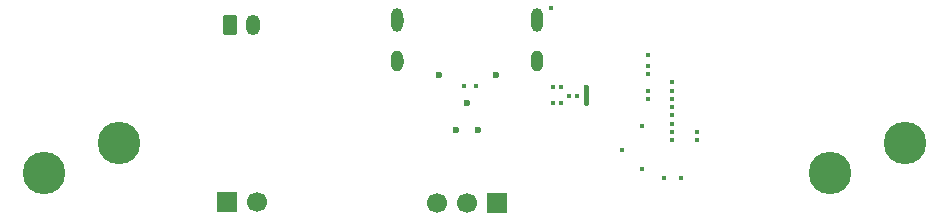
<source format=gbr>
%TF.GenerationSoftware,KiCad,Pcbnew,9.0.3*%
%TF.CreationDate,2025-07-16T18:33:31-04:00*%
%TF.ProjectId,board,626f6172-642e-46b6-9963-61645f706362,rev?*%
%TF.SameCoordinates,Original*%
%TF.FileFunction,Copper,L3,Inr*%
%TF.FilePolarity,Positive*%
%FSLAX46Y46*%
G04 Gerber Fmt 4.6, Leading zero omitted, Abs format (unit mm)*
G04 Created by KiCad (PCBNEW 9.0.3) date 2025-07-16 18:33:31*
%MOMM*%
%LPD*%
G01*
G04 APERTURE LIST*
G04 Aperture macros list*
%AMRoundRect*
0 Rectangle with rounded corners*
0 $1 Rounding radius*
0 $2 $3 $4 $5 $6 $7 $8 $9 X,Y pos of 4 corners*
0 Add a 4 corners polygon primitive as box body*
4,1,4,$2,$3,$4,$5,$6,$7,$8,$9,$2,$3,0*
0 Add four circle primitives for the rounded corners*
1,1,$1+$1,$2,$3*
1,1,$1+$1,$4,$5*
1,1,$1+$1,$6,$7*
1,1,$1+$1,$8,$9*
0 Add four rect primitives between the rounded corners*
20,1,$1+$1,$2,$3,$4,$5,0*
20,1,$1+$1,$4,$5,$6,$7,0*
20,1,$1+$1,$6,$7,$8,$9,0*
20,1,$1+$1,$8,$9,$2,$3,0*%
G04 Aperture macros list end*
%TA.AperFunction,ComponentPad*%
%ADD10RoundRect,0.250000X-0.350000X-0.625000X0.350000X-0.625000X0.350000X0.625000X-0.350000X0.625000X0*%
%TD*%
%TA.AperFunction,ComponentPad*%
%ADD11O,1.200000X1.750000*%
%TD*%
%TA.AperFunction,ComponentPad*%
%ADD12R,1.700000X1.700000*%
%TD*%
%TA.AperFunction,ComponentPad*%
%ADD13C,1.700000*%
%TD*%
%TA.AperFunction,ComponentPad*%
%ADD14O,1.000000X1.800000*%
%TD*%
%TA.AperFunction,ComponentPad*%
%ADD15O,1.000000X2.000000*%
%TD*%
%TA.AperFunction,ComponentPad*%
%ADD16C,3.600000*%
%TD*%
%TA.AperFunction,ViaPad*%
%ADD17C,0.450000*%
%TD*%
%TA.AperFunction,ViaPad*%
%ADD18C,0.600000*%
%TD*%
%TA.AperFunction,Conductor*%
%ADD19C,0.400000*%
%TD*%
G04 APERTURE END LIST*
D10*
%TO.N,GND*%
%TO.C,J2*%
X42900001Y-22250000D03*
D11*
%TO.N,VBAT*%
X44900002Y-22250000D03*
%TD*%
D12*
%TO.N,Net-(J4-Pin_1)*%
%TO.C,J4*%
X42625000Y-37200000D03*
D13*
%TO.N,Net-(J4-Pin_2)*%
X45165000Y-37200000D03*
%TD*%
D14*
%TO.N,GND*%
%TO.C,J1*%
X57050000Y-25300000D03*
X68950000Y-25300000D03*
D15*
X57050000Y-21800000D03*
X68950000Y-21800000D03*
%TD*%
D16*
%TO.N,/BUTTON_L*%
%TO.C,SW1*%
X33510000Y-32240000D03*
%TO.N,GND*%
X27160000Y-34780000D03*
%TD*%
%TO.N,GND*%
%TO.C,SW2*%
X93760000Y-34780000D03*
%TO.N,/BUTTON_R*%
X100110000Y-32240000D03*
%TD*%
D13*
%TO.N,Net-(J3-Pin_3)*%
%TO.C,J3*%
X60460001Y-37300000D03*
%TO.N,GND*%
X63000000Y-37300000D03*
D12*
%TO.N,Net-(J3-Pin_1)*%
X65540000Y-37300000D03*
%TD*%
D17*
%TO.N,9V*%
X82500000Y-32000000D03*
X80300000Y-32000000D03*
%TO.N,Net-(DS1-IREF)*%
X80300000Y-29200000D03*
X78300000Y-24800000D03*
%TO.N,Net-(DS1-VCOMH)*%
X82500000Y-31300000D03*
X80300000Y-31300000D03*
%TO.N,3V3*%
X77800000Y-34425000D03*
X79625000Y-35200000D03*
X81075000Y-35200000D03*
%TO.N,/DISP_PIN_CS*%
X78300000Y-26375000D03*
%TO.N,3V3*%
X78300000Y-25735000D03*
%TO.N,/DISP_PIN_RST*%
X78300000Y-27800000D03*
%TO.N,GND*%
X80300000Y-29900000D03*
%TO.N,3V3*%
X70100000Y-20800000D03*
%TO.N,/DISP_PIN_DC*%
X80300000Y-27100000D03*
%TO.N,3V3*%
X77780000Y-30800000D03*
X80300000Y-30600000D03*
%TO.N,/DISP_PIN_RST*%
X80300000Y-27800000D03*
%TO.N,/DISP_PIN_CS*%
X78300000Y-28500000D03*
X80300000Y-28500000D03*
D18*
%TO.N,/USB_D+*%
X63949999Y-31137500D03*
%TO.N,/USB_D-*%
X62050001Y-31137500D03*
D17*
%TO.N,1V1*%
X70930000Y-27485000D03*
%TO.N,3V3*%
X70230000Y-28890000D03*
X70230069Y-27474999D03*
%TO.N,1V1*%
X70930762Y-28890000D03*
%TO.N,/USB_D-*%
X71630763Y-28250000D03*
%TO.N,/USB_D+*%
X72330761Y-28250002D03*
%TO.N,3V3*%
X73020000Y-27490000D03*
X73020000Y-28890000D03*
D18*
%TO.N,VBUS*%
X63000000Y-28862500D03*
X65400000Y-26450000D03*
X60600000Y-26450000D03*
D17*
%TO.N,Net-(J1-DP1)*%
X63750000Y-27450000D03*
X62750000Y-27450000D03*
%TO.N,/DISP_PIN_DC*%
X76100000Y-32800000D03*
%TD*%
D19*
%TO.N,3V3*%
X73020000Y-27490000D02*
X73020000Y-28890000D01*
%TD*%
%TA.AperFunction,Conductor*%
%TO.N,GND*%
G36*
X57572539Y-25069685D02*
G01*
X57618294Y-25122489D01*
X57629500Y-25174000D01*
X57629500Y-25426000D01*
X57609815Y-25493039D01*
X57557011Y-25538794D01*
X57505500Y-25550000D01*
X57350000Y-25550000D01*
X57350000Y-25050000D01*
X57505500Y-25050000D01*
X57572539Y-25069685D01*
G37*
%TD.AperFunction*%
%TA.AperFunction,Conductor*%
G36*
X68650000Y-25550000D02*
G01*
X68494500Y-25550000D01*
X68427461Y-25530315D01*
X68381706Y-25477511D01*
X68370500Y-25426000D01*
X68370500Y-25174000D01*
X68390185Y-25106961D01*
X68442989Y-25061206D01*
X68494500Y-25050000D01*
X68650000Y-25050000D01*
X68650000Y-25550000D01*
G37*
%TD.AperFunction*%
%TA.AperFunction,Conductor*%
G36*
X57572539Y-21569685D02*
G01*
X57618294Y-21622489D01*
X57629500Y-21674000D01*
X57629500Y-21926000D01*
X57609815Y-21993039D01*
X57557011Y-22038794D01*
X57505500Y-22050000D01*
X57350000Y-22050000D01*
X57350000Y-21550000D01*
X57505500Y-21550000D01*
X57572539Y-21569685D01*
G37*
%TD.AperFunction*%
%TA.AperFunction,Conductor*%
G36*
X68650000Y-22050000D02*
G01*
X68494500Y-22050000D01*
X68427461Y-22030315D01*
X68381706Y-21977511D01*
X68370500Y-21926000D01*
X68370500Y-21674000D01*
X68390185Y-21606961D01*
X68442989Y-21561206D01*
X68494500Y-21550000D01*
X68650000Y-21550000D01*
X68650000Y-22050000D01*
G37*
%TD.AperFunction*%
%TD*%
M02*

</source>
